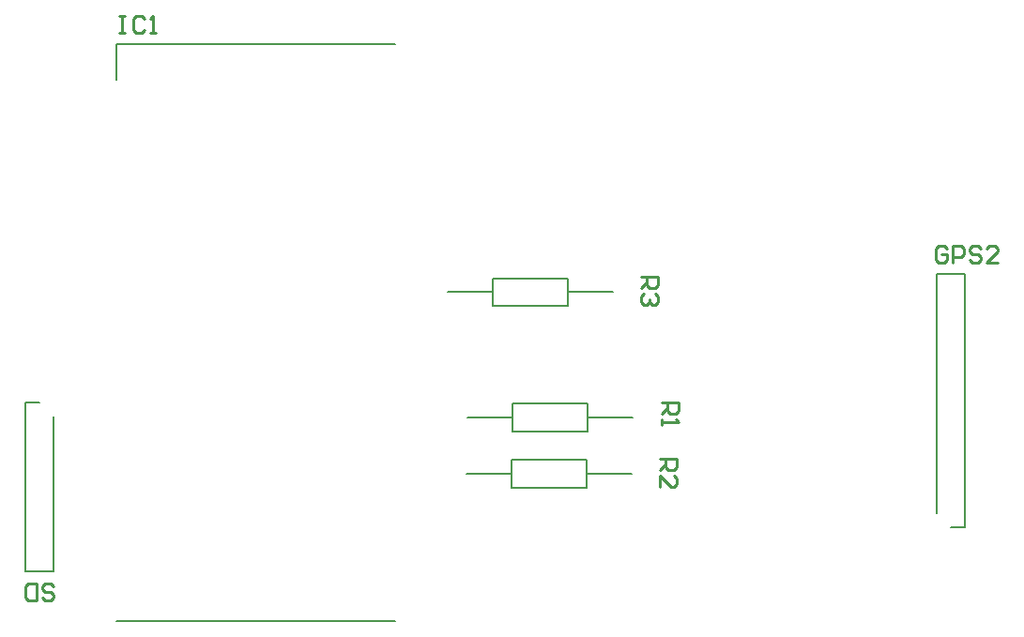
<source format=gto>
G04*
G04 #@! TF.GenerationSoftware,Altium Limited,Altium Designer,25.3.3 (18)*
G04*
G04 Layer_Color=65535*
%FSLAX44Y44*%
%MOMM*%
G71*
G04*
G04 #@! TF.SameCoordinates,66C2ACA9-6224-4F19-AAD4-62AA9E2CECE1*
G04*
G04*
G04 #@! TF.FilePolarity,Positive*
G04*
G01*
G75*
%ADD10C,0.2000*%
%ADD11C,0.2540*%
D10*
X177750Y51400D02*
X428750D01*
X177750Y571400D02*
X428750D01*
X177750Y540000D02*
Y571400D01*
X535000Y247500D02*
X603000D01*
Y222500D02*
Y247500D01*
X535000Y222500D02*
X603000D01*
X535000D02*
Y247500D01*
X494500Y235000D02*
X535000D01*
X603000D02*
X643500D01*
X534000Y196500D02*
X602000D01*
Y171500D02*
Y196500D01*
X534000Y171500D02*
X602000D01*
X534000D02*
Y196500D01*
X493500Y184000D02*
X534000D01*
X602000D02*
X642500D01*
X517000Y360500D02*
X585000D01*
Y335500D02*
Y360500D01*
X517000Y335500D02*
X585000D01*
X517000D02*
Y360500D01*
X476500Y348000D02*
X517000D01*
X585000D02*
X625500D01*
X930000Y135700D02*
X942700D01*
Y364300D01*
X917300D02*
X942700D01*
X917300Y148400D02*
Y364300D01*
X95800Y248040D02*
X108500D01*
X95800Y95640D02*
Y248040D01*
Y95640D02*
X121200D01*
Y235340D01*
D11*
X179966Y597018D02*
X185044D01*
X182505D01*
Y581783D01*
X179966D01*
X185044D01*
X202819Y594479D02*
X200280Y597018D01*
X195201D01*
X192662Y594479D01*
Y584322D01*
X195201Y581783D01*
X200280D01*
X202819Y584322D01*
X207897Y581783D02*
X212976D01*
X210436D01*
Y597018D01*
X207897Y594479D01*
X651277Y361589D02*
X666512D01*
Y353971D01*
X663973Y351432D01*
X658895D01*
X656355Y353971D01*
Y361589D01*
Y356511D02*
X651277Y351432D01*
X663973Y346354D02*
X666512Y343815D01*
Y338736D01*
X663973Y336197D01*
X661434D01*
X658895Y338736D01*
Y341276D01*
Y338736D01*
X656355Y336197D01*
X653816D01*
X651277Y338736D01*
Y343815D01*
X653816Y346354D01*
X668277Y197589D02*
X683512D01*
Y189972D01*
X680973Y187432D01*
X675894D01*
X673355Y189972D01*
Y197589D01*
Y192511D02*
X668277Y187432D01*
Y172197D02*
Y182354D01*
X678434Y172197D01*
X680973D01*
X683512Y174736D01*
Y179815D01*
X680973Y182354D01*
X669277Y248589D02*
X684512D01*
Y240972D01*
X681973Y238432D01*
X676895D01*
X674355Y240972D01*
Y248589D01*
Y243511D02*
X669277Y238432D01*
Y233354D02*
Y228276D01*
Y230815D01*
X684512D01*
X681973Y233354D01*
X927330Y387283D02*
X924790Y389822D01*
X919712D01*
X917173Y387283D01*
Y377126D01*
X919712Y374587D01*
X924790D01*
X927330Y377126D01*
Y382205D01*
X922251D01*
X932408Y374587D02*
Y389822D01*
X940026D01*
X942565Y387283D01*
Y382205D01*
X940026Y379665D01*
X932408D01*
X957800Y387283D02*
X955261Y389822D01*
X950182D01*
X947643Y387283D01*
Y384744D01*
X950182Y382205D01*
X955261D01*
X957800Y379665D01*
Y377126D01*
X955261Y374587D01*
X950182D01*
X947643Y377126D01*
X973035Y374587D02*
X962878D01*
X973035Y384744D01*
Y387283D01*
X970496Y389822D01*
X965417D01*
X962878Y387283D01*
X111170Y72657D02*
X113709Y70118D01*
X118788D01*
X121327Y72657D01*
Y75196D01*
X118788Y77736D01*
X113709D01*
X111170Y80275D01*
Y82814D01*
X113709Y85353D01*
X118788D01*
X121327Y82814D01*
X106092Y70118D02*
Y85353D01*
X98474D01*
X95935Y82814D01*
Y72657D01*
X98474Y70118D01*
X106092D01*
M02*

</source>
